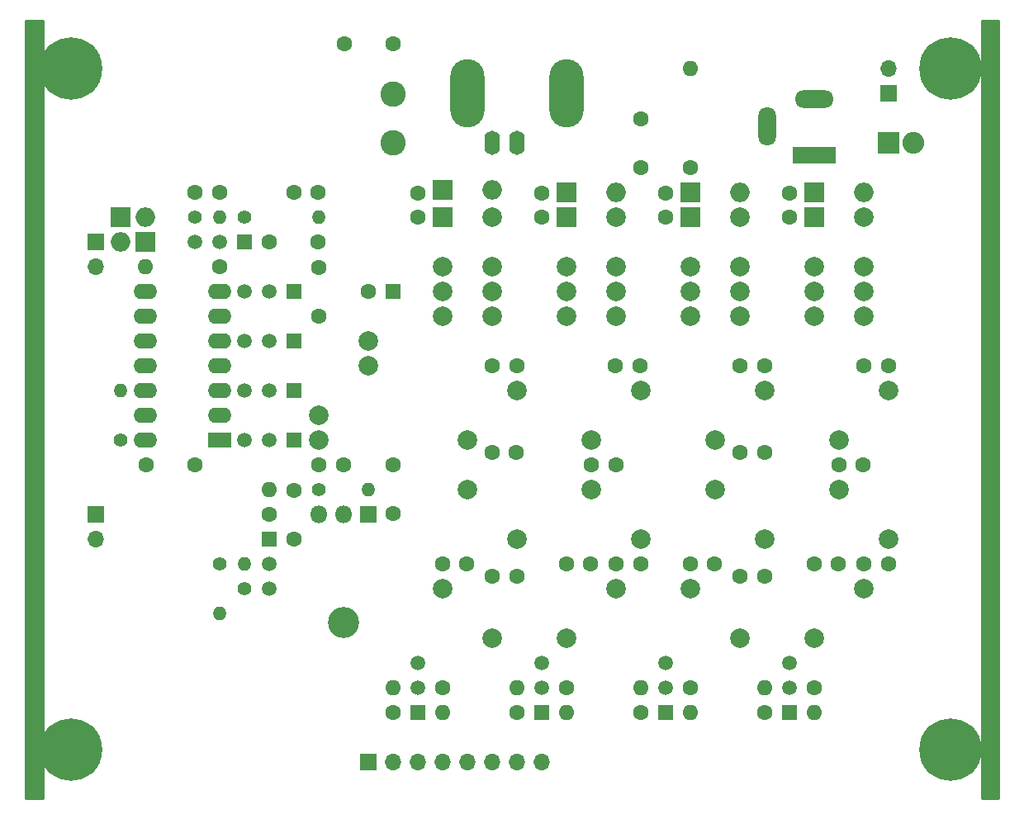
<source format=gbr>
%TF.GenerationSoftware,KiCad,Pcbnew,5.1.6-c6e7f7d~86~ubuntu18.04.1*%
%TF.CreationDate,2020-06-24T21:19:16+02:00*%
%TF.ProjectId,pa,70612e6b-6963-4616-945f-706362585858,2*%
%TF.SameCoordinates,Original*%
%TF.FileFunction,Soldermask,Top*%
%TF.FilePolarity,Negative*%
%FSLAX46Y46*%
G04 Gerber Fmt 4.6, Leading zero omitted, Abs format (unit mm)*
G04 Created by KiCad (PCBNEW 5.1.6-c6e7f7d~86~ubuntu18.04.1) date 2020-06-24 21:19:16*
%MOMM*%
%LPD*%
G01*
G04 APERTURE LIST*
%ADD10C,1.600000*%
%ADD11C,2.600000*%
%ADD12O,2.000000X2.000000*%
%ADD13R,2.000000X2.000000*%
%ADD14R,1.600000X1.600000*%
%ADD15O,1.400000X1.400000*%
%ADD16C,1.400000*%
%ADD17C,2.000000*%
%ADD18O,1.600000X1.600000*%
%ADD19O,1.800000X1.800000*%
%ADD20R,1.800000X1.800000*%
%ADD21O,3.200000X3.200000*%
%ADD22O,1.700000X1.700000*%
%ADD23R,1.700000X1.700000*%
%ADD24C,0.800000*%
%ADD25C,6.400000*%
%ADD26O,2.400000X1.600000*%
%ADD27R,2.400000X1.600000*%
%ADD28R,1.500000X1.500000*%
%ADD29C,1.500000*%
%ADD30R,4.400000X1.800000*%
%ADD31O,4.000000X1.800000*%
%ADD32O,1.800000X4.000000*%
%ADD33O,1.600000X2.500000*%
%ADD34O,3.500000X7.000000*%
%ADD35O,2.240000X2.240000*%
%ADD36R,2.240000X2.240000*%
%ADD37C,0.254000*%
G04 APERTURE END LIST*
D10*
%TO.C,C30*%
X119240000Y-74755000D03*
X121740000Y-74755000D03*
%TD*%
D11*
%TO.C,L14*%
X139520000Y-64675000D03*
X139520000Y-69675000D03*
%TD*%
D10*
%TO.C,C31*%
X139520000Y-102695000D03*
X139520000Y-107695000D03*
%TD*%
D12*
%TO.C,D7*%
X111580000Y-79835000D03*
D13*
X111580000Y-77295000D03*
%TD*%
D12*
%TO.C,D6*%
X114120000Y-77295000D03*
D13*
X114120000Y-79835000D03*
%TD*%
D10*
%TO.C,C26*%
X137020000Y-84915000D03*
D14*
X139520000Y-84915000D03*
%TD*%
D10*
%TO.C,C28*%
X114200000Y-102695000D03*
X119200000Y-102695000D03*
%TD*%
D15*
%TO.C,R14*%
X111580000Y-95075000D03*
D16*
X111580000Y-100155000D03*
%TD*%
D17*
%TO.C,L7*%
X177620000Y-110315000D03*
X172540000Y-105235000D03*
%TD*%
%TO.C,L3*%
X172540000Y-100155000D03*
X177620000Y-95075000D03*
%TD*%
%TO.C,L5*%
X152220000Y-110315000D03*
X147140000Y-105235000D03*
%TD*%
%TO.C,L1*%
X147140000Y-100155000D03*
X152220000Y-95075000D03*
%TD*%
D10*
%TO.C,C29*%
X131860000Y-74755000D03*
X129360000Y-74755000D03*
%TD*%
%TO.C,C25*%
X129360000Y-105275000D03*
X129360000Y-110275000D03*
%TD*%
%TO.C,C21*%
X131860000Y-79835000D03*
X126860000Y-79835000D03*
%TD*%
D18*
%TO.C,R12*%
X114120000Y-82375000D03*
D10*
X121740000Y-82375000D03*
%TD*%
D18*
%TO.C,R10*%
X126820000Y-105235000D03*
D10*
X126820000Y-107775000D03*
%TD*%
D19*
%TO.C,Q5*%
X131900000Y-107775000D03*
X134440000Y-107775000D03*
D20*
X136980000Y-107775000D03*
D21*
X134440000Y-118875000D03*
%TD*%
D10*
%TO.C,C27*%
X167460000Y-74795000D03*
X167460000Y-77295000D03*
%TD*%
%TO.C,C19*%
X180160000Y-74795000D03*
X180160000Y-77295000D03*
%TD*%
%TO.C,C10*%
X154760000Y-74795000D03*
X154760000Y-77295000D03*
%TD*%
%TO.C,C1*%
X142060000Y-74795000D03*
X142060000Y-77295000D03*
%TD*%
D22*
%TO.C,J11*%
X190320000Y-62055000D03*
D23*
X190320000Y-64595000D03*
%TD*%
D24*
%TO.C,H4*%
X108197056Y-130207944D03*
X106500000Y-129505000D03*
X104802944Y-130207944D03*
X104100000Y-131905000D03*
X104802944Y-133602056D03*
X106500000Y-134305000D03*
X108197056Y-133602056D03*
X108900000Y-131905000D03*
D25*
X106500000Y-131905000D03*
%TD*%
D24*
%TO.C,H3*%
X108197056Y-60357944D03*
X106500000Y-59655000D03*
X104802944Y-60357944D03*
X104100000Y-62055000D03*
X104802944Y-63752056D03*
X106500000Y-64455000D03*
X108197056Y-63752056D03*
X108900000Y-62055000D03*
D25*
X106500000Y-62055000D03*
%TD*%
D24*
%TO.C,H2*%
X198367056Y-60357944D03*
X196670000Y-59655000D03*
X194972944Y-60357944D03*
X194270000Y-62055000D03*
X194972944Y-63752056D03*
X196670000Y-64455000D03*
X198367056Y-63752056D03*
X199070000Y-62055000D03*
D25*
X196670000Y-62055000D03*
%TD*%
D24*
%TO.C,H1*%
X198367056Y-130207944D03*
X196670000Y-129505000D03*
X194972944Y-130207944D03*
X194270000Y-131905000D03*
X194972944Y-133602056D03*
X196670000Y-134305000D03*
X198367056Y-133602056D03*
X199070000Y-131905000D03*
D25*
X196670000Y-131905000D03*
%TD*%
D26*
%TO.C,U1*%
X114120000Y-100155000D03*
X121740000Y-84915000D03*
X114120000Y-97615000D03*
X121740000Y-87455000D03*
X114120000Y-95075000D03*
X121740000Y-89995000D03*
X114120000Y-92535000D03*
X121740000Y-92535000D03*
X114120000Y-89995000D03*
X121740000Y-95075000D03*
X114120000Y-87455000D03*
X121740000Y-97615000D03*
X114120000Y-84915000D03*
D27*
X121740000Y-100155000D03*
%TD*%
D17*
%TO.C,T1*%
X136980000Y-92535000D03*
X136980000Y-89995000D03*
X131900000Y-97615000D03*
X131900000Y-100155000D03*
%TD*%
D15*
%TO.C,R16*%
X121740000Y-77295000D03*
D16*
X119200000Y-77295000D03*
%TD*%
D15*
%TO.C,R15*%
X124280000Y-112855000D03*
D16*
X124280000Y-115395000D03*
%TD*%
D15*
%TO.C,R13*%
X121740000Y-117935000D03*
D16*
X121740000Y-112855000D03*
%TD*%
D18*
%TO.C,R11*%
X164920000Y-125555000D03*
D10*
X164920000Y-128095000D03*
%TD*%
D15*
%TO.C,R9*%
X136980000Y-105235000D03*
D16*
X131900000Y-105235000D03*
%TD*%
D18*
%TO.C,R8*%
X170000000Y-128095000D03*
D10*
X170000000Y-125555000D03*
%TD*%
D15*
%TO.C,R7*%
X131900000Y-77295000D03*
D16*
X124280000Y-77295000D03*
%TD*%
D18*
%TO.C,R6*%
X182700000Y-128095000D03*
D10*
X182700000Y-125555000D03*
%TD*%
D18*
%TO.C,R5*%
X177620000Y-125555000D03*
D10*
X177620000Y-128095000D03*
%TD*%
D18*
%TO.C,R4*%
X157300000Y-128095000D03*
D10*
X157300000Y-125555000D03*
%TD*%
D18*
%TO.C,R3*%
X152220000Y-125555000D03*
D10*
X152220000Y-128095000D03*
%TD*%
D18*
%TO.C,R2*%
X144600000Y-128095000D03*
D10*
X144600000Y-125555000D03*
%TD*%
D18*
%TO.C,R1*%
X139520000Y-125555000D03*
D10*
X139520000Y-128095000D03*
%TD*%
D28*
%TO.C,Q11*%
X129360000Y-84915000D03*
D29*
X124280000Y-84915000D03*
X126820000Y-84915000D03*
%TD*%
D28*
%TO.C,Q10*%
X167460000Y-128095000D03*
D29*
X167460000Y-123015000D03*
X167460000Y-125555000D03*
%TD*%
D28*
%TO.C,Q9*%
X129360000Y-89995000D03*
D29*
X124280000Y-89995000D03*
X126820000Y-89995000D03*
%TD*%
D28*
%TO.C,Q8*%
X126820000Y-110315000D03*
D29*
X126820000Y-115395000D03*
X126820000Y-112855000D03*
%TD*%
D28*
%TO.C,Q7*%
X129360000Y-95075000D03*
D29*
X124280000Y-95075000D03*
X126820000Y-95075000D03*
%TD*%
D28*
%TO.C,Q6*%
X129360000Y-100155000D03*
D29*
X124280000Y-100155000D03*
X126820000Y-100155000D03*
%TD*%
D28*
%TO.C,Q4*%
X124280000Y-79835000D03*
D29*
X119200000Y-79835000D03*
X121740000Y-79835000D03*
%TD*%
D28*
%TO.C,Q3*%
X180160000Y-128095000D03*
D29*
X180160000Y-123015000D03*
X180160000Y-125555000D03*
%TD*%
D28*
%TO.C,Q2*%
X154760000Y-128095000D03*
D29*
X154760000Y-123015000D03*
X154760000Y-125555000D03*
%TD*%
D28*
%TO.C,Q1*%
X142060000Y-128095000D03*
D29*
X142060000Y-123015000D03*
X142060000Y-125555000D03*
%TD*%
D18*
%TO.C,L13*%
X170000000Y-62055000D03*
D10*
X170000000Y-72215000D03*
%TD*%
D17*
%TO.C,L12*%
X182700000Y-120475000D03*
X187780000Y-115395000D03*
%TD*%
%TO.C,L11*%
X170000000Y-115395000D03*
X175080000Y-120475000D03*
%TD*%
%TO.C,L10*%
X157300000Y-120475000D03*
X162380000Y-115395000D03*
%TD*%
%TO.C,L9*%
X144600000Y-115395000D03*
X149680000Y-120475000D03*
%TD*%
%TO.C,L8*%
X190320000Y-110315000D03*
X185240000Y-105235000D03*
%TD*%
%TO.C,L6*%
X164920000Y-110315000D03*
X159840000Y-105235000D03*
%TD*%
%TO.C,L4*%
X185240000Y-100155000D03*
X190320000Y-95075000D03*
%TD*%
%TO.C,L2*%
X159840000Y-100155000D03*
X164920000Y-95075000D03*
%TD*%
%TO.C,K4*%
X182700000Y-87455000D03*
X187780000Y-87455000D03*
X182700000Y-82375000D03*
D13*
X182700000Y-77295000D03*
D17*
X187780000Y-82375000D03*
X187780000Y-77295000D03*
X182700000Y-84915000D03*
X187780000Y-84915000D03*
%TD*%
%TO.C,K3*%
X170000000Y-87455000D03*
X175080000Y-87455000D03*
X170000000Y-82375000D03*
D13*
X170000000Y-77295000D03*
D17*
X175080000Y-82375000D03*
X175080000Y-77295000D03*
X170000000Y-84915000D03*
X175080000Y-84915000D03*
%TD*%
%TO.C,K2*%
X157300000Y-87455000D03*
X162380000Y-87455000D03*
X157300000Y-82375000D03*
D13*
X157300000Y-77295000D03*
D17*
X162380000Y-82375000D03*
X162380000Y-77295000D03*
X157300000Y-84915000D03*
X162380000Y-84915000D03*
%TD*%
%TO.C,K1*%
X144600000Y-87455000D03*
X149680000Y-87455000D03*
X144600000Y-82375000D03*
D13*
X144600000Y-77295000D03*
D17*
X149680000Y-82375000D03*
X149680000Y-77295000D03*
X144600000Y-84915000D03*
X149680000Y-84915000D03*
%TD*%
D22*
%TO.C,J7*%
X109040000Y-110315000D03*
D23*
X109040000Y-107775000D03*
%TD*%
D22*
%TO.C,J6*%
X109040000Y-82375000D03*
D23*
X109040000Y-79835000D03*
%TD*%
D30*
%TO.C,J3*%
X182700000Y-70945000D03*
D31*
X182700000Y-65145000D03*
D32*
X177900000Y-67945000D03*
%TD*%
D22*
%TO.C,J2*%
X154760000Y-133175000D03*
X152220000Y-133175000D03*
X149680000Y-133175000D03*
X147140000Y-133175000D03*
X144600000Y-133175000D03*
X142060000Y-133175000D03*
X139520000Y-133175000D03*
D23*
X136980000Y-133175000D03*
%TD*%
D33*
%TO.C,J1*%
X149680000Y-69675000D03*
X152220000Y-69675000D03*
D34*
X157300000Y-64595000D03*
X147140000Y-64595000D03*
%TD*%
D12*
%TO.C,D5*%
X175080000Y-74755000D03*
D13*
X170000000Y-74755000D03*
%TD*%
D35*
%TO.C,D4*%
X192860000Y-69675000D03*
D36*
X190320000Y-69675000D03*
%TD*%
D12*
%TO.C,D3*%
X187780000Y-74755000D03*
D13*
X182700000Y-74755000D03*
%TD*%
D12*
%TO.C,D2*%
X162380000Y-74755000D03*
D13*
X157300000Y-74755000D03*
%TD*%
D12*
%TO.C,D1*%
X149680000Y-74485000D03*
D13*
X144600000Y-74485000D03*
%TD*%
D10*
%TO.C,C24*%
X139520000Y-59515000D03*
X134520000Y-59515000D03*
%TD*%
%TO.C,C23*%
X134440000Y-102695000D03*
X131940000Y-102695000D03*
%TD*%
%TO.C,C22*%
X164920000Y-72215000D03*
X164920000Y-67215000D03*
%TD*%
%TO.C,C20*%
X131900000Y-87455000D03*
X131900000Y-82455000D03*
%TD*%
%TO.C,C18*%
X185200000Y-112855000D03*
X182700000Y-112855000D03*
%TD*%
%TO.C,C17*%
X172500000Y-112855000D03*
X170000000Y-112855000D03*
%TD*%
%TO.C,C16*%
X159800000Y-112855000D03*
X157300000Y-112855000D03*
%TD*%
%TO.C,C15*%
X147100000Y-112855000D03*
X144600000Y-112855000D03*
%TD*%
%TO.C,C14*%
X187820000Y-112855000D03*
X190320000Y-112855000D03*
%TD*%
%TO.C,C13*%
X175120000Y-114125000D03*
X177620000Y-114125000D03*
%TD*%
%TO.C,C12*%
X162420000Y-112855000D03*
X164920000Y-112855000D03*
%TD*%
%TO.C,C11*%
X149720000Y-114125000D03*
X152220000Y-114125000D03*
%TD*%
%TO.C,C9*%
X187740000Y-102695000D03*
X185240000Y-102695000D03*
%TD*%
%TO.C,C8*%
X177620000Y-101425000D03*
X175120000Y-101425000D03*
%TD*%
%TO.C,C7*%
X162380000Y-102695000D03*
X159880000Y-102695000D03*
%TD*%
%TO.C,C6*%
X152180000Y-101425000D03*
X149680000Y-101425000D03*
%TD*%
%TO.C,C5*%
X187820000Y-92535000D03*
X190320000Y-92535000D03*
%TD*%
%TO.C,C4*%
X175120000Y-92535000D03*
X177620000Y-92535000D03*
%TD*%
%TO.C,C3*%
X162340000Y-92535000D03*
X164840000Y-92535000D03*
%TD*%
%TO.C,C2*%
X149720000Y-92535000D03*
X152220000Y-92535000D03*
%TD*%
D37*
G36*
X201623000Y-136858000D02*
G01*
X199877000Y-136858000D01*
X199877000Y-57112000D01*
X201623000Y-57112000D01*
X201623000Y-136858000D01*
G37*
X201623000Y-136858000D02*
X199877000Y-136858000D01*
X199877000Y-57112000D01*
X201623000Y-57112000D01*
X201623000Y-136858000D01*
G36*
X103623000Y-136858000D02*
G01*
X101877000Y-136858000D01*
X101877000Y-57112000D01*
X103623000Y-57112000D01*
X103623000Y-136858000D01*
G37*
X103623000Y-136858000D02*
X101877000Y-136858000D01*
X101877000Y-57112000D01*
X103623000Y-57112000D01*
X103623000Y-136858000D01*
M02*

</source>
